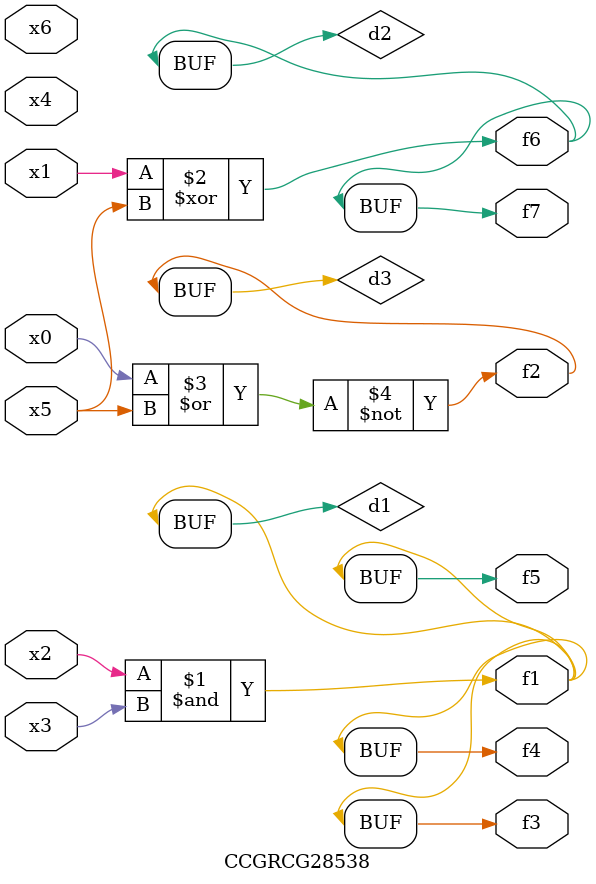
<source format=v>
module CCGRCG28538(
	input x0, x1, x2, x3, x4, x5, x6,
	output f1, f2, f3, f4, f5, f6, f7
);

	wire d1, d2, d3;

	and (d1, x2, x3);
	xor (d2, x1, x5);
	nor (d3, x0, x5);
	assign f1 = d1;
	assign f2 = d3;
	assign f3 = d1;
	assign f4 = d1;
	assign f5 = d1;
	assign f6 = d2;
	assign f7 = d2;
endmodule

</source>
